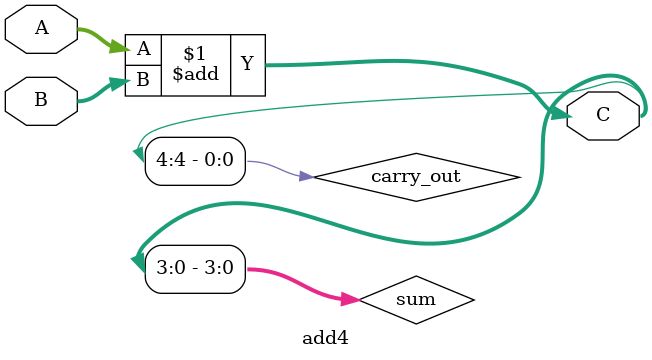
<source format=v>

module add4(
    input [3:0] A,
    input [3:0] B,
    output [4:0] C
);

wire [3:0] sum;
wire carry_out;

assign {carry_out, sum} = A + B;

assign C[0] = sum[0];
assign C[1] = sum[1];
assign C[2] = sum[2];
assign C[3] = sum[3];
assign C[4] = carry_out;

endmodule
</source>
